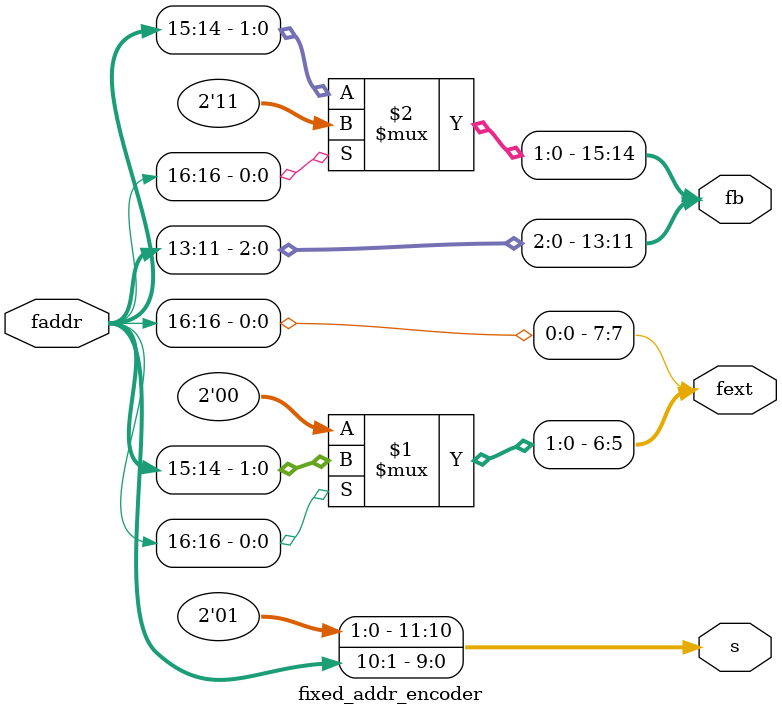
<source format=v>
`timescale 1ns / 1ps
`default_nettype none

module fixed_addr_encoder(
    input wire [16:1] faddr,
    output wire [7:5] fext,
    output wire [15:11] fb,
    output wire [12:1] s
);

    assign fext[7] = faddr[16];
    assign fext[6:5] = faddr[16] ? faddr[15:14] : 2'b0;
    
    assign fb[15:14] = faddr[16] ? 2'b11 : faddr[15:14];
    assign fb[13:11] = faddr[13:11];
    
    assign s = {2'b01, faddr[10:1]};

endmodule
`default_nettype wire
</source>
